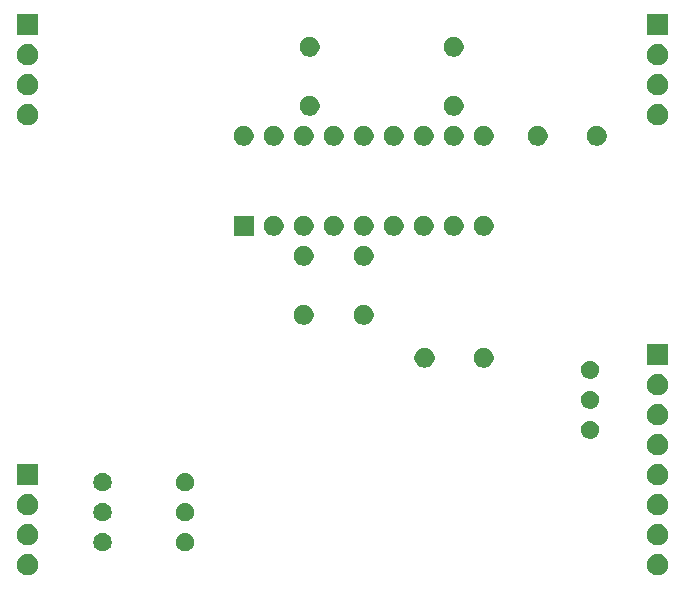
<source format=gbs>
G04 #@! TF.GenerationSoftware,KiCad,Pcbnew,5.1.6-c6e7f7d~87~ubuntu18.04.1*
G04 #@! TF.CreationDate,2020-07-17T09:21:27-04:00*
G04 #@! TF.ProjectId,CEM3320_LPF_plug_in_board,43454d33-3332-4305-9f4c-50465f706c75,1.1*
G04 #@! TF.SameCoordinates,Original*
G04 #@! TF.FileFunction,Soldermask,Bot*
G04 #@! TF.FilePolarity,Negative*
%FSLAX46Y46*%
G04 Gerber Fmt 4.6, Leading zero omitted, Abs format (unit mm)*
G04 Created by KiCad (PCBNEW 5.1.6-c6e7f7d~87~ubuntu18.04.1) date 2020-07-17 09:21:27*
%MOMM*%
%LPD*%
G01*
G04 APERTURE LIST*
%ADD10C,0.100000*%
G04 APERTURE END LIST*
D10*
G36*
X182993512Y-123563927D02*
G01*
X183142812Y-123593624D01*
X183306784Y-123661544D01*
X183454354Y-123760147D01*
X183579853Y-123885646D01*
X183678456Y-124033216D01*
X183746376Y-124197188D01*
X183781000Y-124371259D01*
X183781000Y-124548741D01*
X183746376Y-124722812D01*
X183678456Y-124886784D01*
X183579853Y-125034354D01*
X183454354Y-125159853D01*
X183306784Y-125258456D01*
X183142812Y-125326376D01*
X182993512Y-125356073D01*
X182968742Y-125361000D01*
X182791258Y-125361000D01*
X182766488Y-125356073D01*
X182617188Y-125326376D01*
X182453216Y-125258456D01*
X182305646Y-125159853D01*
X182180147Y-125034354D01*
X182081544Y-124886784D01*
X182013624Y-124722812D01*
X181979000Y-124548741D01*
X181979000Y-124371259D01*
X182013624Y-124197188D01*
X182081544Y-124033216D01*
X182180147Y-123885646D01*
X182305646Y-123760147D01*
X182453216Y-123661544D01*
X182617188Y-123593624D01*
X182766488Y-123563927D01*
X182791258Y-123559000D01*
X182968742Y-123559000D01*
X182993512Y-123563927D01*
G37*
G36*
X129653512Y-123563927D02*
G01*
X129802812Y-123593624D01*
X129966784Y-123661544D01*
X130114354Y-123760147D01*
X130239853Y-123885646D01*
X130338456Y-124033216D01*
X130406376Y-124197188D01*
X130441000Y-124371259D01*
X130441000Y-124548741D01*
X130406376Y-124722812D01*
X130338456Y-124886784D01*
X130239853Y-125034354D01*
X130114354Y-125159853D01*
X129966784Y-125258456D01*
X129802812Y-125326376D01*
X129653512Y-125356073D01*
X129628742Y-125361000D01*
X129451258Y-125361000D01*
X129426488Y-125356073D01*
X129277188Y-125326376D01*
X129113216Y-125258456D01*
X128965646Y-125159853D01*
X128840147Y-125034354D01*
X128741544Y-124886784D01*
X128673624Y-124722812D01*
X128639000Y-124548741D01*
X128639000Y-124371259D01*
X128673624Y-124197188D01*
X128741544Y-124033216D01*
X128840147Y-123885646D01*
X128965646Y-123760147D01*
X129113216Y-123661544D01*
X129277188Y-123593624D01*
X129426488Y-123563927D01*
X129451258Y-123559000D01*
X129628742Y-123559000D01*
X129653512Y-123563927D01*
G37*
G36*
X143000589Y-121793876D02*
G01*
X143099893Y-121813629D01*
X143240206Y-121871748D01*
X143366484Y-121956125D01*
X143473875Y-122063516D01*
X143558252Y-122189794D01*
X143616371Y-122330107D01*
X143646000Y-122479063D01*
X143646000Y-122630937D01*
X143616371Y-122779893D01*
X143558252Y-122920206D01*
X143473875Y-123046484D01*
X143366484Y-123153875D01*
X143240206Y-123238252D01*
X143099893Y-123296371D01*
X143000589Y-123316124D01*
X142950938Y-123326000D01*
X142799062Y-123326000D01*
X142749411Y-123316124D01*
X142650107Y-123296371D01*
X142509794Y-123238252D01*
X142383516Y-123153875D01*
X142276125Y-123046484D01*
X142191748Y-122920206D01*
X142133629Y-122779893D01*
X142104000Y-122630937D01*
X142104000Y-122479063D01*
X142133629Y-122330107D01*
X142191748Y-122189794D01*
X142276125Y-122063516D01*
X142383516Y-121956125D01*
X142509794Y-121871748D01*
X142650107Y-121813629D01*
X142749411Y-121793876D01*
X142799062Y-121784000D01*
X142950938Y-121784000D01*
X143000589Y-121793876D01*
G37*
G36*
X136015589Y-121793876D02*
G01*
X136114893Y-121813629D01*
X136255206Y-121871748D01*
X136381484Y-121956125D01*
X136488875Y-122063516D01*
X136573252Y-122189794D01*
X136631371Y-122330107D01*
X136661000Y-122479063D01*
X136661000Y-122630937D01*
X136631371Y-122779893D01*
X136573252Y-122920206D01*
X136488875Y-123046484D01*
X136381484Y-123153875D01*
X136255206Y-123238252D01*
X136114893Y-123296371D01*
X136015589Y-123316124D01*
X135965938Y-123326000D01*
X135814062Y-123326000D01*
X135764411Y-123316124D01*
X135665107Y-123296371D01*
X135524794Y-123238252D01*
X135398516Y-123153875D01*
X135291125Y-123046484D01*
X135206748Y-122920206D01*
X135148629Y-122779893D01*
X135119000Y-122630937D01*
X135119000Y-122479063D01*
X135148629Y-122330107D01*
X135206748Y-122189794D01*
X135291125Y-122063516D01*
X135398516Y-121956125D01*
X135524794Y-121871748D01*
X135665107Y-121813629D01*
X135764411Y-121793876D01*
X135814062Y-121784000D01*
X135965938Y-121784000D01*
X136015589Y-121793876D01*
G37*
G36*
X129653512Y-121023927D02*
G01*
X129802812Y-121053624D01*
X129966784Y-121121544D01*
X130114354Y-121220147D01*
X130239853Y-121345646D01*
X130338456Y-121493216D01*
X130406376Y-121657188D01*
X130441000Y-121831259D01*
X130441000Y-122008741D01*
X130406376Y-122182812D01*
X130338456Y-122346784D01*
X130239853Y-122494354D01*
X130114354Y-122619853D01*
X129966784Y-122718456D01*
X129802812Y-122786376D01*
X129653512Y-122816073D01*
X129628742Y-122821000D01*
X129451258Y-122821000D01*
X129426488Y-122816073D01*
X129277188Y-122786376D01*
X129113216Y-122718456D01*
X128965646Y-122619853D01*
X128840147Y-122494354D01*
X128741544Y-122346784D01*
X128673624Y-122182812D01*
X128639000Y-122008741D01*
X128639000Y-121831259D01*
X128673624Y-121657188D01*
X128741544Y-121493216D01*
X128840147Y-121345646D01*
X128965646Y-121220147D01*
X129113216Y-121121544D01*
X129277188Y-121053624D01*
X129426488Y-121023927D01*
X129451258Y-121019000D01*
X129628742Y-121019000D01*
X129653512Y-121023927D01*
G37*
G36*
X182993512Y-121023927D02*
G01*
X183142812Y-121053624D01*
X183306784Y-121121544D01*
X183454354Y-121220147D01*
X183579853Y-121345646D01*
X183678456Y-121493216D01*
X183746376Y-121657188D01*
X183781000Y-121831259D01*
X183781000Y-122008741D01*
X183746376Y-122182812D01*
X183678456Y-122346784D01*
X183579853Y-122494354D01*
X183454354Y-122619853D01*
X183306784Y-122718456D01*
X183142812Y-122786376D01*
X182993512Y-122816073D01*
X182968742Y-122821000D01*
X182791258Y-122821000D01*
X182766488Y-122816073D01*
X182617188Y-122786376D01*
X182453216Y-122718456D01*
X182305646Y-122619853D01*
X182180147Y-122494354D01*
X182081544Y-122346784D01*
X182013624Y-122182812D01*
X181979000Y-122008741D01*
X181979000Y-121831259D01*
X182013624Y-121657188D01*
X182081544Y-121493216D01*
X182180147Y-121345646D01*
X182305646Y-121220147D01*
X182453216Y-121121544D01*
X182617188Y-121053624D01*
X182766488Y-121023927D01*
X182791258Y-121019000D01*
X182968742Y-121019000D01*
X182993512Y-121023927D01*
G37*
G36*
X143000589Y-119253876D02*
G01*
X143099893Y-119273629D01*
X143240206Y-119331748D01*
X143366484Y-119416125D01*
X143473875Y-119523516D01*
X143558252Y-119649794D01*
X143616371Y-119790107D01*
X143646000Y-119939063D01*
X143646000Y-120090937D01*
X143616371Y-120239893D01*
X143558252Y-120380206D01*
X143473875Y-120506484D01*
X143366484Y-120613875D01*
X143240206Y-120698252D01*
X143099893Y-120756371D01*
X143000589Y-120776124D01*
X142950938Y-120786000D01*
X142799062Y-120786000D01*
X142749411Y-120776124D01*
X142650107Y-120756371D01*
X142509794Y-120698252D01*
X142383516Y-120613875D01*
X142276125Y-120506484D01*
X142191748Y-120380206D01*
X142133629Y-120239893D01*
X142104000Y-120090937D01*
X142104000Y-119939063D01*
X142133629Y-119790107D01*
X142191748Y-119649794D01*
X142276125Y-119523516D01*
X142383516Y-119416125D01*
X142509794Y-119331748D01*
X142650107Y-119273629D01*
X142749411Y-119253876D01*
X142799062Y-119244000D01*
X142950938Y-119244000D01*
X143000589Y-119253876D01*
G37*
G36*
X136015589Y-119253876D02*
G01*
X136114893Y-119273629D01*
X136255206Y-119331748D01*
X136381484Y-119416125D01*
X136488875Y-119523516D01*
X136573252Y-119649794D01*
X136631371Y-119790107D01*
X136661000Y-119939063D01*
X136661000Y-120090937D01*
X136631371Y-120239893D01*
X136573252Y-120380206D01*
X136488875Y-120506484D01*
X136381484Y-120613875D01*
X136255206Y-120698252D01*
X136114893Y-120756371D01*
X136015589Y-120776124D01*
X135965938Y-120786000D01*
X135814062Y-120786000D01*
X135764411Y-120776124D01*
X135665107Y-120756371D01*
X135524794Y-120698252D01*
X135398516Y-120613875D01*
X135291125Y-120506484D01*
X135206748Y-120380206D01*
X135148629Y-120239893D01*
X135119000Y-120090937D01*
X135119000Y-119939063D01*
X135148629Y-119790107D01*
X135206748Y-119649794D01*
X135291125Y-119523516D01*
X135398516Y-119416125D01*
X135524794Y-119331748D01*
X135665107Y-119273629D01*
X135764411Y-119253876D01*
X135814062Y-119244000D01*
X135965938Y-119244000D01*
X136015589Y-119253876D01*
G37*
G36*
X129653512Y-118483927D02*
G01*
X129802812Y-118513624D01*
X129966784Y-118581544D01*
X130114354Y-118680147D01*
X130239853Y-118805646D01*
X130338456Y-118953216D01*
X130406376Y-119117188D01*
X130441000Y-119291259D01*
X130441000Y-119468741D01*
X130406376Y-119642812D01*
X130338456Y-119806784D01*
X130239853Y-119954354D01*
X130114354Y-120079853D01*
X129966784Y-120178456D01*
X129802812Y-120246376D01*
X129653512Y-120276073D01*
X129628742Y-120281000D01*
X129451258Y-120281000D01*
X129426488Y-120276073D01*
X129277188Y-120246376D01*
X129113216Y-120178456D01*
X128965646Y-120079853D01*
X128840147Y-119954354D01*
X128741544Y-119806784D01*
X128673624Y-119642812D01*
X128639000Y-119468741D01*
X128639000Y-119291259D01*
X128673624Y-119117188D01*
X128741544Y-118953216D01*
X128840147Y-118805646D01*
X128965646Y-118680147D01*
X129113216Y-118581544D01*
X129277188Y-118513624D01*
X129426488Y-118483927D01*
X129451258Y-118479000D01*
X129628742Y-118479000D01*
X129653512Y-118483927D01*
G37*
G36*
X182993512Y-118483927D02*
G01*
X183142812Y-118513624D01*
X183306784Y-118581544D01*
X183454354Y-118680147D01*
X183579853Y-118805646D01*
X183678456Y-118953216D01*
X183746376Y-119117188D01*
X183781000Y-119291259D01*
X183781000Y-119468741D01*
X183746376Y-119642812D01*
X183678456Y-119806784D01*
X183579853Y-119954354D01*
X183454354Y-120079853D01*
X183306784Y-120178456D01*
X183142812Y-120246376D01*
X182993512Y-120276073D01*
X182968742Y-120281000D01*
X182791258Y-120281000D01*
X182766488Y-120276073D01*
X182617188Y-120246376D01*
X182453216Y-120178456D01*
X182305646Y-120079853D01*
X182180147Y-119954354D01*
X182081544Y-119806784D01*
X182013624Y-119642812D01*
X181979000Y-119468741D01*
X181979000Y-119291259D01*
X182013624Y-119117188D01*
X182081544Y-118953216D01*
X182180147Y-118805646D01*
X182305646Y-118680147D01*
X182453216Y-118581544D01*
X182617188Y-118513624D01*
X182766488Y-118483927D01*
X182791258Y-118479000D01*
X182968742Y-118479000D01*
X182993512Y-118483927D01*
G37*
G36*
X136015589Y-116713876D02*
G01*
X136114893Y-116733629D01*
X136255206Y-116791748D01*
X136381484Y-116876125D01*
X136488875Y-116983516D01*
X136573252Y-117109794D01*
X136631371Y-117250107D01*
X136661000Y-117399063D01*
X136661000Y-117550937D01*
X136631371Y-117699893D01*
X136573252Y-117840206D01*
X136488875Y-117966484D01*
X136381484Y-118073875D01*
X136255206Y-118158252D01*
X136114893Y-118216371D01*
X136015589Y-118236124D01*
X135965938Y-118246000D01*
X135814062Y-118246000D01*
X135764411Y-118236124D01*
X135665107Y-118216371D01*
X135524794Y-118158252D01*
X135398516Y-118073875D01*
X135291125Y-117966484D01*
X135206748Y-117840206D01*
X135148629Y-117699893D01*
X135119000Y-117550937D01*
X135119000Y-117399063D01*
X135148629Y-117250107D01*
X135206748Y-117109794D01*
X135291125Y-116983516D01*
X135398516Y-116876125D01*
X135524794Y-116791748D01*
X135665107Y-116733629D01*
X135764411Y-116713876D01*
X135814062Y-116704000D01*
X135965938Y-116704000D01*
X136015589Y-116713876D01*
G37*
G36*
X143000589Y-116713876D02*
G01*
X143099893Y-116733629D01*
X143240206Y-116791748D01*
X143366484Y-116876125D01*
X143473875Y-116983516D01*
X143558252Y-117109794D01*
X143616371Y-117250107D01*
X143646000Y-117399063D01*
X143646000Y-117550937D01*
X143616371Y-117699893D01*
X143558252Y-117840206D01*
X143473875Y-117966484D01*
X143366484Y-118073875D01*
X143240206Y-118158252D01*
X143099893Y-118216371D01*
X143000589Y-118236124D01*
X142950938Y-118246000D01*
X142799062Y-118246000D01*
X142749411Y-118236124D01*
X142650107Y-118216371D01*
X142509794Y-118158252D01*
X142383516Y-118073875D01*
X142276125Y-117966484D01*
X142191748Y-117840206D01*
X142133629Y-117699893D01*
X142104000Y-117550937D01*
X142104000Y-117399063D01*
X142133629Y-117250107D01*
X142191748Y-117109794D01*
X142276125Y-116983516D01*
X142383516Y-116876125D01*
X142509794Y-116791748D01*
X142650107Y-116733629D01*
X142749411Y-116713876D01*
X142799062Y-116704000D01*
X142950938Y-116704000D01*
X143000589Y-116713876D01*
G37*
G36*
X130441000Y-117741000D02*
G01*
X128639000Y-117741000D01*
X128639000Y-115939000D01*
X130441000Y-115939000D01*
X130441000Y-117741000D01*
G37*
G36*
X182993512Y-115943927D02*
G01*
X183142812Y-115973624D01*
X183306784Y-116041544D01*
X183454354Y-116140147D01*
X183579853Y-116265646D01*
X183678456Y-116413216D01*
X183746376Y-116577188D01*
X183781000Y-116751259D01*
X183781000Y-116928741D01*
X183746376Y-117102812D01*
X183678456Y-117266784D01*
X183579853Y-117414354D01*
X183454354Y-117539853D01*
X183306784Y-117638456D01*
X183142812Y-117706376D01*
X182993512Y-117736073D01*
X182968742Y-117741000D01*
X182791258Y-117741000D01*
X182766488Y-117736073D01*
X182617188Y-117706376D01*
X182453216Y-117638456D01*
X182305646Y-117539853D01*
X182180147Y-117414354D01*
X182081544Y-117266784D01*
X182013624Y-117102812D01*
X181979000Y-116928741D01*
X181979000Y-116751259D01*
X182013624Y-116577188D01*
X182081544Y-116413216D01*
X182180147Y-116265646D01*
X182305646Y-116140147D01*
X182453216Y-116041544D01*
X182617188Y-115973624D01*
X182766488Y-115943927D01*
X182791258Y-115939000D01*
X182968742Y-115939000D01*
X182993512Y-115943927D01*
G37*
G36*
X182993512Y-113403927D02*
G01*
X183142812Y-113433624D01*
X183306784Y-113501544D01*
X183454354Y-113600147D01*
X183579853Y-113725646D01*
X183678456Y-113873216D01*
X183746376Y-114037188D01*
X183781000Y-114211259D01*
X183781000Y-114388741D01*
X183746376Y-114562812D01*
X183678456Y-114726784D01*
X183579853Y-114874354D01*
X183454354Y-114999853D01*
X183306784Y-115098456D01*
X183142812Y-115166376D01*
X182993512Y-115196073D01*
X182968742Y-115201000D01*
X182791258Y-115201000D01*
X182766488Y-115196073D01*
X182617188Y-115166376D01*
X182453216Y-115098456D01*
X182305646Y-114999853D01*
X182180147Y-114874354D01*
X182081544Y-114726784D01*
X182013624Y-114562812D01*
X181979000Y-114388741D01*
X181979000Y-114211259D01*
X182013624Y-114037188D01*
X182081544Y-113873216D01*
X182180147Y-113725646D01*
X182305646Y-113600147D01*
X182453216Y-113501544D01*
X182617188Y-113433624D01*
X182766488Y-113403927D01*
X182791258Y-113399000D01*
X182968742Y-113399000D01*
X182993512Y-113403927D01*
G37*
G36*
X177290589Y-112268876D02*
G01*
X177389893Y-112288629D01*
X177530206Y-112346748D01*
X177656484Y-112431125D01*
X177763875Y-112538516D01*
X177848252Y-112664794D01*
X177906371Y-112805107D01*
X177936000Y-112954063D01*
X177936000Y-113105937D01*
X177906371Y-113254893D01*
X177848252Y-113395206D01*
X177763875Y-113521484D01*
X177656484Y-113628875D01*
X177530206Y-113713252D01*
X177389893Y-113771371D01*
X177290589Y-113791124D01*
X177240938Y-113801000D01*
X177089062Y-113801000D01*
X177039411Y-113791124D01*
X176940107Y-113771371D01*
X176799794Y-113713252D01*
X176673516Y-113628875D01*
X176566125Y-113521484D01*
X176481748Y-113395206D01*
X176423629Y-113254893D01*
X176394000Y-113105937D01*
X176394000Y-112954063D01*
X176423629Y-112805107D01*
X176481748Y-112664794D01*
X176566125Y-112538516D01*
X176673516Y-112431125D01*
X176799794Y-112346748D01*
X176940107Y-112288629D01*
X177039411Y-112268876D01*
X177089062Y-112259000D01*
X177240938Y-112259000D01*
X177290589Y-112268876D01*
G37*
G36*
X182993512Y-110863927D02*
G01*
X183142812Y-110893624D01*
X183306784Y-110961544D01*
X183454354Y-111060147D01*
X183579853Y-111185646D01*
X183678456Y-111333216D01*
X183746376Y-111497188D01*
X183781000Y-111671259D01*
X183781000Y-111848741D01*
X183746376Y-112022812D01*
X183678456Y-112186784D01*
X183579853Y-112334354D01*
X183454354Y-112459853D01*
X183306784Y-112558456D01*
X183142812Y-112626376D01*
X182993512Y-112656073D01*
X182968742Y-112661000D01*
X182791258Y-112661000D01*
X182766488Y-112656073D01*
X182617188Y-112626376D01*
X182453216Y-112558456D01*
X182305646Y-112459853D01*
X182180147Y-112334354D01*
X182081544Y-112186784D01*
X182013624Y-112022812D01*
X181979000Y-111848741D01*
X181979000Y-111671259D01*
X182013624Y-111497188D01*
X182081544Y-111333216D01*
X182180147Y-111185646D01*
X182305646Y-111060147D01*
X182453216Y-110961544D01*
X182617188Y-110893624D01*
X182766488Y-110863927D01*
X182791258Y-110859000D01*
X182968742Y-110859000D01*
X182993512Y-110863927D01*
G37*
G36*
X177290589Y-109728876D02*
G01*
X177389893Y-109748629D01*
X177530206Y-109806748D01*
X177656484Y-109891125D01*
X177763875Y-109998516D01*
X177848252Y-110124794D01*
X177906371Y-110265107D01*
X177936000Y-110414063D01*
X177936000Y-110565937D01*
X177906371Y-110714893D01*
X177848252Y-110855206D01*
X177763875Y-110981484D01*
X177656484Y-111088875D01*
X177530206Y-111173252D01*
X177389893Y-111231371D01*
X177290589Y-111251124D01*
X177240938Y-111261000D01*
X177089062Y-111261000D01*
X177039411Y-111251124D01*
X176940107Y-111231371D01*
X176799794Y-111173252D01*
X176673516Y-111088875D01*
X176566125Y-110981484D01*
X176481748Y-110855206D01*
X176423629Y-110714893D01*
X176394000Y-110565937D01*
X176394000Y-110414063D01*
X176423629Y-110265107D01*
X176481748Y-110124794D01*
X176566125Y-109998516D01*
X176673516Y-109891125D01*
X176799794Y-109806748D01*
X176940107Y-109748629D01*
X177039411Y-109728876D01*
X177089062Y-109719000D01*
X177240938Y-109719000D01*
X177290589Y-109728876D01*
G37*
G36*
X182993512Y-108323927D02*
G01*
X183142812Y-108353624D01*
X183306784Y-108421544D01*
X183454354Y-108520147D01*
X183579853Y-108645646D01*
X183678456Y-108793216D01*
X183746376Y-108957188D01*
X183781000Y-109131259D01*
X183781000Y-109308741D01*
X183746376Y-109482812D01*
X183678456Y-109646784D01*
X183579853Y-109794354D01*
X183454354Y-109919853D01*
X183306784Y-110018456D01*
X183142812Y-110086376D01*
X182993512Y-110116073D01*
X182968742Y-110121000D01*
X182791258Y-110121000D01*
X182766488Y-110116073D01*
X182617188Y-110086376D01*
X182453216Y-110018456D01*
X182305646Y-109919853D01*
X182180147Y-109794354D01*
X182081544Y-109646784D01*
X182013624Y-109482812D01*
X181979000Y-109308741D01*
X181979000Y-109131259D01*
X182013624Y-108957188D01*
X182081544Y-108793216D01*
X182180147Y-108645646D01*
X182305646Y-108520147D01*
X182453216Y-108421544D01*
X182617188Y-108353624D01*
X182766488Y-108323927D01*
X182791258Y-108319000D01*
X182968742Y-108319000D01*
X182993512Y-108323927D01*
G37*
G36*
X177290589Y-107188876D02*
G01*
X177389893Y-107208629D01*
X177530206Y-107266748D01*
X177656484Y-107351125D01*
X177763875Y-107458516D01*
X177848252Y-107584794D01*
X177906371Y-107725107D01*
X177936000Y-107874063D01*
X177936000Y-108025937D01*
X177906371Y-108174893D01*
X177848252Y-108315206D01*
X177763875Y-108441484D01*
X177656484Y-108548875D01*
X177530206Y-108633252D01*
X177389893Y-108691371D01*
X177290589Y-108711124D01*
X177240938Y-108721000D01*
X177089062Y-108721000D01*
X177039411Y-108711124D01*
X176940107Y-108691371D01*
X176799794Y-108633252D01*
X176673516Y-108548875D01*
X176566125Y-108441484D01*
X176481748Y-108315206D01*
X176423629Y-108174893D01*
X176394000Y-108025937D01*
X176394000Y-107874063D01*
X176423629Y-107725107D01*
X176481748Y-107584794D01*
X176566125Y-107458516D01*
X176673516Y-107351125D01*
X176799794Y-107266748D01*
X176940107Y-107208629D01*
X177039411Y-107188876D01*
X177089062Y-107179000D01*
X177240938Y-107179000D01*
X177290589Y-107188876D01*
G37*
G36*
X168396228Y-106115703D02*
G01*
X168551100Y-106179853D01*
X168690481Y-106272985D01*
X168809015Y-106391519D01*
X168902147Y-106530900D01*
X168966297Y-106685772D01*
X168999000Y-106850184D01*
X168999000Y-107017816D01*
X168966297Y-107182228D01*
X168902147Y-107337100D01*
X168809015Y-107476481D01*
X168690481Y-107595015D01*
X168551100Y-107688147D01*
X168396228Y-107752297D01*
X168231816Y-107785000D01*
X168064184Y-107785000D01*
X167899772Y-107752297D01*
X167744900Y-107688147D01*
X167605519Y-107595015D01*
X167486985Y-107476481D01*
X167393853Y-107337100D01*
X167329703Y-107182228D01*
X167297000Y-107017816D01*
X167297000Y-106850184D01*
X167329703Y-106685772D01*
X167393853Y-106530900D01*
X167486985Y-106391519D01*
X167605519Y-106272985D01*
X167744900Y-106179853D01*
X167899772Y-106115703D01*
X168064184Y-106083000D01*
X168231816Y-106083000D01*
X168396228Y-106115703D01*
G37*
G36*
X163396228Y-106115703D02*
G01*
X163551100Y-106179853D01*
X163690481Y-106272985D01*
X163809015Y-106391519D01*
X163902147Y-106530900D01*
X163966297Y-106685772D01*
X163999000Y-106850184D01*
X163999000Y-107017816D01*
X163966297Y-107182228D01*
X163902147Y-107337100D01*
X163809015Y-107476481D01*
X163690481Y-107595015D01*
X163551100Y-107688147D01*
X163396228Y-107752297D01*
X163231816Y-107785000D01*
X163064184Y-107785000D01*
X162899772Y-107752297D01*
X162744900Y-107688147D01*
X162605519Y-107595015D01*
X162486985Y-107476481D01*
X162393853Y-107337100D01*
X162329703Y-107182228D01*
X162297000Y-107017816D01*
X162297000Y-106850184D01*
X162329703Y-106685772D01*
X162393853Y-106530900D01*
X162486985Y-106391519D01*
X162605519Y-106272985D01*
X162744900Y-106179853D01*
X162899772Y-106115703D01*
X163064184Y-106083000D01*
X163231816Y-106083000D01*
X163396228Y-106115703D01*
G37*
G36*
X183781000Y-107581000D02*
G01*
X181979000Y-107581000D01*
X181979000Y-105779000D01*
X183781000Y-105779000D01*
X183781000Y-107581000D01*
G37*
G36*
X158236228Y-102479703D02*
G01*
X158391100Y-102543853D01*
X158530481Y-102636985D01*
X158649015Y-102755519D01*
X158742147Y-102894900D01*
X158806297Y-103049772D01*
X158839000Y-103214184D01*
X158839000Y-103381816D01*
X158806297Y-103546228D01*
X158742147Y-103701100D01*
X158649015Y-103840481D01*
X158530481Y-103959015D01*
X158391100Y-104052147D01*
X158236228Y-104116297D01*
X158071816Y-104149000D01*
X157904184Y-104149000D01*
X157739772Y-104116297D01*
X157584900Y-104052147D01*
X157445519Y-103959015D01*
X157326985Y-103840481D01*
X157233853Y-103701100D01*
X157169703Y-103546228D01*
X157137000Y-103381816D01*
X157137000Y-103214184D01*
X157169703Y-103049772D01*
X157233853Y-102894900D01*
X157326985Y-102755519D01*
X157445519Y-102636985D01*
X157584900Y-102543853D01*
X157739772Y-102479703D01*
X157904184Y-102447000D01*
X158071816Y-102447000D01*
X158236228Y-102479703D01*
G37*
G36*
X153156228Y-102479703D02*
G01*
X153311100Y-102543853D01*
X153450481Y-102636985D01*
X153569015Y-102755519D01*
X153662147Y-102894900D01*
X153726297Y-103049772D01*
X153759000Y-103214184D01*
X153759000Y-103381816D01*
X153726297Y-103546228D01*
X153662147Y-103701100D01*
X153569015Y-103840481D01*
X153450481Y-103959015D01*
X153311100Y-104052147D01*
X153156228Y-104116297D01*
X152991816Y-104149000D01*
X152824184Y-104149000D01*
X152659772Y-104116297D01*
X152504900Y-104052147D01*
X152365519Y-103959015D01*
X152246985Y-103840481D01*
X152153853Y-103701100D01*
X152089703Y-103546228D01*
X152057000Y-103381816D01*
X152057000Y-103214184D01*
X152089703Y-103049772D01*
X152153853Y-102894900D01*
X152246985Y-102755519D01*
X152365519Y-102636985D01*
X152504900Y-102543853D01*
X152659772Y-102479703D01*
X152824184Y-102447000D01*
X152991816Y-102447000D01*
X153156228Y-102479703D01*
G37*
G36*
X158236228Y-97479703D02*
G01*
X158391100Y-97543853D01*
X158530481Y-97636985D01*
X158649015Y-97755519D01*
X158742147Y-97894900D01*
X158806297Y-98049772D01*
X158839000Y-98214184D01*
X158839000Y-98381816D01*
X158806297Y-98546228D01*
X158742147Y-98701100D01*
X158649015Y-98840481D01*
X158530481Y-98959015D01*
X158391100Y-99052147D01*
X158236228Y-99116297D01*
X158071816Y-99149000D01*
X157904184Y-99149000D01*
X157739772Y-99116297D01*
X157584900Y-99052147D01*
X157445519Y-98959015D01*
X157326985Y-98840481D01*
X157233853Y-98701100D01*
X157169703Y-98546228D01*
X157137000Y-98381816D01*
X157137000Y-98214184D01*
X157169703Y-98049772D01*
X157233853Y-97894900D01*
X157326985Y-97755519D01*
X157445519Y-97636985D01*
X157584900Y-97543853D01*
X157739772Y-97479703D01*
X157904184Y-97447000D01*
X158071816Y-97447000D01*
X158236228Y-97479703D01*
G37*
G36*
X153156228Y-97479703D02*
G01*
X153311100Y-97543853D01*
X153450481Y-97636985D01*
X153569015Y-97755519D01*
X153662147Y-97894900D01*
X153726297Y-98049772D01*
X153759000Y-98214184D01*
X153759000Y-98381816D01*
X153726297Y-98546228D01*
X153662147Y-98701100D01*
X153569015Y-98840481D01*
X153450481Y-98959015D01*
X153311100Y-99052147D01*
X153156228Y-99116297D01*
X152991816Y-99149000D01*
X152824184Y-99149000D01*
X152659772Y-99116297D01*
X152504900Y-99052147D01*
X152365519Y-98959015D01*
X152246985Y-98840481D01*
X152153853Y-98701100D01*
X152089703Y-98546228D01*
X152057000Y-98381816D01*
X152057000Y-98214184D01*
X152089703Y-98049772D01*
X152153853Y-97894900D01*
X152246985Y-97755519D01*
X152365519Y-97636985D01*
X152504900Y-97543853D01*
X152659772Y-97479703D01*
X152824184Y-97447000D01*
X152991816Y-97447000D01*
X153156228Y-97479703D01*
G37*
G36*
X148679000Y-96609000D02*
G01*
X146977000Y-96609000D01*
X146977000Y-94907000D01*
X148679000Y-94907000D01*
X148679000Y-96609000D01*
G37*
G36*
X150616228Y-94939703D02*
G01*
X150771100Y-95003853D01*
X150910481Y-95096985D01*
X151029015Y-95215519D01*
X151122147Y-95354900D01*
X151186297Y-95509772D01*
X151219000Y-95674184D01*
X151219000Y-95841816D01*
X151186297Y-96006228D01*
X151122147Y-96161100D01*
X151029015Y-96300481D01*
X150910481Y-96419015D01*
X150771100Y-96512147D01*
X150616228Y-96576297D01*
X150451816Y-96609000D01*
X150284184Y-96609000D01*
X150119772Y-96576297D01*
X149964900Y-96512147D01*
X149825519Y-96419015D01*
X149706985Y-96300481D01*
X149613853Y-96161100D01*
X149549703Y-96006228D01*
X149517000Y-95841816D01*
X149517000Y-95674184D01*
X149549703Y-95509772D01*
X149613853Y-95354900D01*
X149706985Y-95215519D01*
X149825519Y-95096985D01*
X149964900Y-95003853D01*
X150119772Y-94939703D01*
X150284184Y-94907000D01*
X150451816Y-94907000D01*
X150616228Y-94939703D01*
G37*
G36*
X158236228Y-94939703D02*
G01*
X158391100Y-95003853D01*
X158530481Y-95096985D01*
X158649015Y-95215519D01*
X158742147Y-95354900D01*
X158806297Y-95509772D01*
X158839000Y-95674184D01*
X158839000Y-95841816D01*
X158806297Y-96006228D01*
X158742147Y-96161100D01*
X158649015Y-96300481D01*
X158530481Y-96419015D01*
X158391100Y-96512147D01*
X158236228Y-96576297D01*
X158071816Y-96609000D01*
X157904184Y-96609000D01*
X157739772Y-96576297D01*
X157584900Y-96512147D01*
X157445519Y-96419015D01*
X157326985Y-96300481D01*
X157233853Y-96161100D01*
X157169703Y-96006228D01*
X157137000Y-95841816D01*
X157137000Y-95674184D01*
X157169703Y-95509772D01*
X157233853Y-95354900D01*
X157326985Y-95215519D01*
X157445519Y-95096985D01*
X157584900Y-95003853D01*
X157739772Y-94939703D01*
X157904184Y-94907000D01*
X158071816Y-94907000D01*
X158236228Y-94939703D01*
G37*
G36*
X168396228Y-94939703D02*
G01*
X168551100Y-95003853D01*
X168690481Y-95096985D01*
X168809015Y-95215519D01*
X168902147Y-95354900D01*
X168966297Y-95509772D01*
X168999000Y-95674184D01*
X168999000Y-95841816D01*
X168966297Y-96006228D01*
X168902147Y-96161100D01*
X168809015Y-96300481D01*
X168690481Y-96419015D01*
X168551100Y-96512147D01*
X168396228Y-96576297D01*
X168231816Y-96609000D01*
X168064184Y-96609000D01*
X167899772Y-96576297D01*
X167744900Y-96512147D01*
X167605519Y-96419015D01*
X167486985Y-96300481D01*
X167393853Y-96161100D01*
X167329703Y-96006228D01*
X167297000Y-95841816D01*
X167297000Y-95674184D01*
X167329703Y-95509772D01*
X167393853Y-95354900D01*
X167486985Y-95215519D01*
X167605519Y-95096985D01*
X167744900Y-95003853D01*
X167899772Y-94939703D01*
X168064184Y-94907000D01*
X168231816Y-94907000D01*
X168396228Y-94939703D01*
G37*
G36*
X165856228Y-94939703D02*
G01*
X166011100Y-95003853D01*
X166150481Y-95096985D01*
X166269015Y-95215519D01*
X166362147Y-95354900D01*
X166426297Y-95509772D01*
X166459000Y-95674184D01*
X166459000Y-95841816D01*
X166426297Y-96006228D01*
X166362147Y-96161100D01*
X166269015Y-96300481D01*
X166150481Y-96419015D01*
X166011100Y-96512147D01*
X165856228Y-96576297D01*
X165691816Y-96609000D01*
X165524184Y-96609000D01*
X165359772Y-96576297D01*
X165204900Y-96512147D01*
X165065519Y-96419015D01*
X164946985Y-96300481D01*
X164853853Y-96161100D01*
X164789703Y-96006228D01*
X164757000Y-95841816D01*
X164757000Y-95674184D01*
X164789703Y-95509772D01*
X164853853Y-95354900D01*
X164946985Y-95215519D01*
X165065519Y-95096985D01*
X165204900Y-95003853D01*
X165359772Y-94939703D01*
X165524184Y-94907000D01*
X165691816Y-94907000D01*
X165856228Y-94939703D01*
G37*
G36*
X163316228Y-94939703D02*
G01*
X163471100Y-95003853D01*
X163610481Y-95096985D01*
X163729015Y-95215519D01*
X163822147Y-95354900D01*
X163886297Y-95509772D01*
X163919000Y-95674184D01*
X163919000Y-95841816D01*
X163886297Y-96006228D01*
X163822147Y-96161100D01*
X163729015Y-96300481D01*
X163610481Y-96419015D01*
X163471100Y-96512147D01*
X163316228Y-96576297D01*
X163151816Y-96609000D01*
X162984184Y-96609000D01*
X162819772Y-96576297D01*
X162664900Y-96512147D01*
X162525519Y-96419015D01*
X162406985Y-96300481D01*
X162313853Y-96161100D01*
X162249703Y-96006228D01*
X162217000Y-95841816D01*
X162217000Y-95674184D01*
X162249703Y-95509772D01*
X162313853Y-95354900D01*
X162406985Y-95215519D01*
X162525519Y-95096985D01*
X162664900Y-95003853D01*
X162819772Y-94939703D01*
X162984184Y-94907000D01*
X163151816Y-94907000D01*
X163316228Y-94939703D01*
G37*
G36*
X155696228Y-94939703D02*
G01*
X155851100Y-95003853D01*
X155990481Y-95096985D01*
X156109015Y-95215519D01*
X156202147Y-95354900D01*
X156266297Y-95509772D01*
X156299000Y-95674184D01*
X156299000Y-95841816D01*
X156266297Y-96006228D01*
X156202147Y-96161100D01*
X156109015Y-96300481D01*
X155990481Y-96419015D01*
X155851100Y-96512147D01*
X155696228Y-96576297D01*
X155531816Y-96609000D01*
X155364184Y-96609000D01*
X155199772Y-96576297D01*
X155044900Y-96512147D01*
X154905519Y-96419015D01*
X154786985Y-96300481D01*
X154693853Y-96161100D01*
X154629703Y-96006228D01*
X154597000Y-95841816D01*
X154597000Y-95674184D01*
X154629703Y-95509772D01*
X154693853Y-95354900D01*
X154786985Y-95215519D01*
X154905519Y-95096985D01*
X155044900Y-95003853D01*
X155199772Y-94939703D01*
X155364184Y-94907000D01*
X155531816Y-94907000D01*
X155696228Y-94939703D01*
G37*
G36*
X160776228Y-94939703D02*
G01*
X160931100Y-95003853D01*
X161070481Y-95096985D01*
X161189015Y-95215519D01*
X161282147Y-95354900D01*
X161346297Y-95509772D01*
X161379000Y-95674184D01*
X161379000Y-95841816D01*
X161346297Y-96006228D01*
X161282147Y-96161100D01*
X161189015Y-96300481D01*
X161070481Y-96419015D01*
X160931100Y-96512147D01*
X160776228Y-96576297D01*
X160611816Y-96609000D01*
X160444184Y-96609000D01*
X160279772Y-96576297D01*
X160124900Y-96512147D01*
X159985519Y-96419015D01*
X159866985Y-96300481D01*
X159773853Y-96161100D01*
X159709703Y-96006228D01*
X159677000Y-95841816D01*
X159677000Y-95674184D01*
X159709703Y-95509772D01*
X159773853Y-95354900D01*
X159866985Y-95215519D01*
X159985519Y-95096985D01*
X160124900Y-95003853D01*
X160279772Y-94939703D01*
X160444184Y-94907000D01*
X160611816Y-94907000D01*
X160776228Y-94939703D01*
G37*
G36*
X153156228Y-94939703D02*
G01*
X153311100Y-95003853D01*
X153450481Y-95096985D01*
X153569015Y-95215519D01*
X153662147Y-95354900D01*
X153726297Y-95509772D01*
X153759000Y-95674184D01*
X153759000Y-95841816D01*
X153726297Y-96006228D01*
X153662147Y-96161100D01*
X153569015Y-96300481D01*
X153450481Y-96419015D01*
X153311100Y-96512147D01*
X153156228Y-96576297D01*
X152991816Y-96609000D01*
X152824184Y-96609000D01*
X152659772Y-96576297D01*
X152504900Y-96512147D01*
X152365519Y-96419015D01*
X152246985Y-96300481D01*
X152153853Y-96161100D01*
X152089703Y-96006228D01*
X152057000Y-95841816D01*
X152057000Y-95674184D01*
X152089703Y-95509772D01*
X152153853Y-95354900D01*
X152246985Y-95215519D01*
X152365519Y-95096985D01*
X152504900Y-95003853D01*
X152659772Y-94939703D01*
X152824184Y-94907000D01*
X152991816Y-94907000D01*
X153156228Y-94939703D01*
G37*
G36*
X150616228Y-87319703D02*
G01*
X150771100Y-87383853D01*
X150910481Y-87476985D01*
X151029015Y-87595519D01*
X151122147Y-87734900D01*
X151186297Y-87889772D01*
X151219000Y-88054184D01*
X151219000Y-88221816D01*
X151186297Y-88386228D01*
X151122147Y-88541100D01*
X151029015Y-88680481D01*
X150910481Y-88799015D01*
X150771100Y-88892147D01*
X150616228Y-88956297D01*
X150451816Y-88989000D01*
X150284184Y-88989000D01*
X150119772Y-88956297D01*
X149964900Y-88892147D01*
X149825519Y-88799015D01*
X149706985Y-88680481D01*
X149613853Y-88541100D01*
X149549703Y-88386228D01*
X149517000Y-88221816D01*
X149517000Y-88054184D01*
X149549703Y-87889772D01*
X149613853Y-87734900D01*
X149706985Y-87595519D01*
X149825519Y-87476985D01*
X149964900Y-87383853D01*
X150119772Y-87319703D01*
X150284184Y-87287000D01*
X150451816Y-87287000D01*
X150616228Y-87319703D01*
G37*
G36*
X148076228Y-87319703D02*
G01*
X148231100Y-87383853D01*
X148370481Y-87476985D01*
X148489015Y-87595519D01*
X148582147Y-87734900D01*
X148646297Y-87889772D01*
X148679000Y-88054184D01*
X148679000Y-88221816D01*
X148646297Y-88386228D01*
X148582147Y-88541100D01*
X148489015Y-88680481D01*
X148370481Y-88799015D01*
X148231100Y-88892147D01*
X148076228Y-88956297D01*
X147911816Y-88989000D01*
X147744184Y-88989000D01*
X147579772Y-88956297D01*
X147424900Y-88892147D01*
X147285519Y-88799015D01*
X147166985Y-88680481D01*
X147073853Y-88541100D01*
X147009703Y-88386228D01*
X146977000Y-88221816D01*
X146977000Y-88054184D01*
X147009703Y-87889772D01*
X147073853Y-87734900D01*
X147166985Y-87595519D01*
X147285519Y-87476985D01*
X147424900Y-87383853D01*
X147579772Y-87319703D01*
X147744184Y-87287000D01*
X147911816Y-87287000D01*
X148076228Y-87319703D01*
G37*
G36*
X153156228Y-87319703D02*
G01*
X153311100Y-87383853D01*
X153450481Y-87476985D01*
X153569015Y-87595519D01*
X153662147Y-87734900D01*
X153726297Y-87889772D01*
X153759000Y-88054184D01*
X153759000Y-88221816D01*
X153726297Y-88386228D01*
X153662147Y-88541100D01*
X153569015Y-88680481D01*
X153450481Y-88799015D01*
X153311100Y-88892147D01*
X153156228Y-88956297D01*
X152991816Y-88989000D01*
X152824184Y-88989000D01*
X152659772Y-88956297D01*
X152504900Y-88892147D01*
X152365519Y-88799015D01*
X152246985Y-88680481D01*
X152153853Y-88541100D01*
X152089703Y-88386228D01*
X152057000Y-88221816D01*
X152057000Y-88054184D01*
X152089703Y-87889772D01*
X152153853Y-87734900D01*
X152246985Y-87595519D01*
X152365519Y-87476985D01*
X152504900Y-87383853D01*
X152659772Y-87319703D01*
X152824184Y-87287000D01*
X152991816Y-87287000D01*
X153156228Y-87319703D01*
G37*
G36*
X155696228Y-87319703D02*
G01*
X155851100Y-87383853D01*
X155990481Y-87476985D01*
X156109015Y-87595519D01*
X156202147Y-87734900D01*
X156266297Y-87889772D01*
X156299000Y-88054184D01*
X156299000Y-88221816D01*
X156266297Y-88386228D01*
X156202147Y-88541100D01*
X156109015Y-88680481D01*
X155990481Y-88799015D01*
X155851100Y-88892147D01*
X155696228Y-88956297D01*
X155531816Y-88989000D01*
X155364184Y-88989000D01*
X155199772Y-88956297D01*
X155044900Y-88892147D01*
X154905519Y-88799015D01*
X154786985Y-88680481D01*
X154693853Y-88541100D01*
X154629703Y-88386228D01*
X154597000Y-88221816D01*
X154597000Y-88054184D01*
X154629703Y-87889772D01*
X154693853Y-87734900D01*
X154786985Y-87595519D01*
X154905519Y-87476985D01*
X155044900Y-87383853D01*
X155199772Y-87319703D01*
X155364184Y-87287000D01*
X155531816Y-87287000D01*
X155696228Y-87319703D01*
G37*
G36*
X158236228Y-87319703D02*
G01*
X158391100Y-87383853D01*
X158530481Y-87476985D01*
X158649015Y-87595519D01*
X158742147Y-87734900D01*
X158806297Y-87889772D01*
X158839000Y-88054184D01*
X158839000Y-88221816D01*
X158806297Y-88386228D01*
X158742147Y-88541100D01*
X158649015Y-88680481D01*
X158530481Y-88799015D01*
X158391100Y-88892147D01*
X158236228Y-88956297D01*
X158071816Y-88989000D01*
X157904184Y-88989000D01*
X157739772Y-88956297D01*
X157584900Y-88892147D01*
X157445519Y-88799015D01*
X157326985Y-88680481D01*
X157233853Y-88541100D01*
X157169703Y-88386228D01*
X157137000Y-88221816D01*
X157137000Y-88054184D01*
X157169703Y-87889772D01*
X157233853Y-87734900D01*
X157326985Y-87595519D01*
X157445519Y-87476985D01*
X157584900Y-87383853D01*
X157739772Y-87319703D01*
X157904184Y-87287000D01*
X158071816Y-87287000D01*
X158236228Y-87319703D01*
G37*
G36*
X177968228Y-87319703D02*
G01*
X178123100Y-87383853D01*
X178262481Y-87476985D01*
X178381015Y-87595519D01*
X178474147Y-87734900D01*
X178538297Y-87889772D01*
X178571000Y-88054184D01*
X178571000Y-88221816D01*
X178538297Y-88386228D01*
X178474147Y-88541100D01*
X178381015Y-88680481D01*
X178262481Y-88799015D01*
X178123100Y-88892147D01*
X177968228Y-88956297D01*
X177803816Y-88989000D01*
X177636184Y-88989000D01*
X177471772Y-88956297D01*
X177316900Y-88892147D01*
X177177519Y-88799015D01*
X177058985Y-88680481D01*
X176965853Y-88541100D01*
X176901703Y-88386228D01*
X176869000Y-88221816D01*
X176869000Y-88054184D01*
X176901703Y-87889772D01*
X176965853Y-87734900D01*
X177058985Y-87595519D01*
X177177519Y-87476985D01*
X177316900Y-87383853D01*
X177471772Y-87319703D01*
X177636184Y-87287000D01*
X177803816Y-87287000D01*
X177968228Y-87319703D01*
G37*
G36*
X172968228Y-87319703D02*
G01*
X173123100Y-87383853D01*
X173262481Y-87476985D01*
X173381015Y-87595519D01*
X173474147Y-87734900D01*
X173538297Y-87889772D01*
X173571000Y-88054184D01*
X173571000Y-88221816D01*
X173538297Y-88386228D01*
X173474147Y-88541100D01*
X173381015Y-88680481D01*
X173262481Y-88799015D01*
X173123100Y-88892147D01*
X172968228Y-88956297D01*
X172803816Y-88989000D01*
X172636184Y-88989000D01*
X172471772Y-88956297D01*
X172316900Y-88892147D01*
X172177519Y-88799015D01*
X172058985Y-88680481D01*
X171965853Y-88541100D01*
X171901703Y-88386228D01*
X171869000Y-88221816D01*
X171869000Y-88054184D01*
X171901703Y-87889772D01*
X171965853Y-87734900D01*
X172058985Y-87595519D01*
X172177519Y-87476985D01*
X172316900Y-87383853D01*
X172471772Y-87319703D01*
X172636184Y-87287000D01*
X172803816Y-87287000D01*
X172968228Y-87319703D01*
G37*
G36*
X163316228Y-87319703D02*
G01*
X163471100Y-87383853D01*
X163610481Y-87476985D01*
X163729015Y-87595519D01*
X163822147Y-87734900D01*
X163886297Y-87889772D01*
X163919000Y-88054184D01*
X163919000Y-88221816D01*
X163886297Y-88386228D01*
X163822147Y-88541100D01*
X163729015Y-88680481D01*
X163610481Y-88799015D01*
X163471100Y-88892147D01*
X163316228Y-88956297D01*
X163151816Y-88989000D01*
X162984184Y-88989000D01*
X162819772Y-88956297D01*
X162664900Y-88892147D01*
X162525519Y-88799015D01*
X162406985Y-88680481D01*
X162313853Y-88541100D01*
X162249703Y-88386228D01*
X162217000Y-88221816D01*
X162217000Y-88054184D01*
X162249703Y-87889772D01*
X162313853Y-87734900D01*
X162406985Y-87595519D01*
X162525519Y-87476985D01*
X162664900Y-87383853D01*
X162819772Y-87319703D01*
X162984184Y-87287000D01*
X163151816Y-87287000D01*
X163316228Y-87319703D01*
G37*
G36*
X165856228Y-87319703D02*
G01*
X166011100Y-87383853D01*
X166150481Y-87476985D01*
X166269015Y-87595519D01*
X166362147Y-87734900D01*
X166426297Y-87889772D01*
X166459000Y-88054184D01*
X166459000Y-88221816D01*
X166426297Y-88386228D01*
X166362147Y-88541100D01*
X166269015Y-88680481D01*
X166150481Y-88799015D01*
X166011100Y-88892147D01*
X165856228Y-88956297D01*
X165691816Y-88989000D01*
X165524184Y-88989000D01*
X165359772Y-88956297D01*
X165204900Y-88892147D01*
X165065519Y-88799015D01*
X164946985Y-88680481D01*
X164853853Y-88541100D01*
X164789703Y-88386228D01*
X164757000Y-88221816D01*
X164757000Y-88054184D01*
X164789703Y-87889772D01*
X164853853Y-87734900D01*
X164946985Y-87595519D01*
X165065519Y-87476985D01*
X165204900Y-87383853D01*
X165359772Y-87319703D01*
X165524184Y-87287000D01*
X165691816Y-87287000D01*
X165856228Y-87319703D01*
G37*
G36*
X168396228Y-87319703D02*
G01*
X168551100Y-87383853D01*
X168690481Y-87476985D01*
X168809015Y-87595519D01*
X168902147Y-87734900D01*
X168966297Y-87889772D01*
X168999000Y-88054184D01*
X168999000Y-88221816D01*
X168966297Y-88386228D01*
X168902147Y-88541100D01*
X168809015Y-88680481D01*
X168690481Y-88799015D01*
X168551100Y-88892147D01*
X168396228Y-88956297D01*
X168231816Y-88989000D01*
X168064184Y-88989000D01*
X167899772Y-88956297D01*
X167744900Y-88892147D01*
X167605519Y-88799015D01*
X167486985Y-88680481D01*
X167393853Y-88541100D01*
X167329703Y-88386228D01*
X167297000Y-88221816D01*
X167297000Y-88054184D01*
X167329703Y-87889772D01*
X167393853Y-87734900D01*
X167486985Y-87595519D01*
X167605519Y-87476985D01*
X167744900Y-87383853D01*
X167899772Y-87319703D01*
X168064184Y-87287000D01*
X168231816Y-87287000D01*
X168396228Y-87319703D01*
G37*
G36*
X160776228Y-87319703D02*
G01*
X160931100Y-87383853D01*
X161070481Y-87476985D01*
X161189015Y-87595519D01*
X161282147Y-87734900D01*
X161346297Y-87889772D01*
X161379000Y-88054184D01*
X161379000Y-88221816D01*
X161346297Y-88386228D01*
X161282147Y-88541100D01*
X161189015Y-88680481D01*
X161070481Y-88799015D01*
X160931100Y-88892147D01*
X160776228Y-88956297D01*
X160611816Y-88989000D01*
X160444184Y-88989000D01*
X160279772Y-88956297D01*
X160124900Y-88892147D01*
X159985519Y-88799015D01*
X159866985Y-88680481D01*
X159773853Y-88541100D01*
X159709703Y-88386228D01*
X159677000Y-88221816D01*
X159677000Y-88054184D01*
X159709703Y-87889772D01*
X159773853Y-87734900D01*
X159866985Y-87595519D01*
X159985519Y-87476985D01*
X160124900Y-87383853D01*
X160279772Y-87319703D01*
X160444184Y-87287000D01*
X160611816Y-87287000D01*
X160776228Y-87319703D01*
G37*
G36*
X182993512Y-85463927D02*
G01*
X183142812Y-85493624D01*
X183306784Y-85561544D01*
X183454354Y-85660147D01*
X183579853Y-85785646D01*
X183678456Y-85933216D01*
X183746376Y-86097188D01*
X183776073Y-86246488D01*
X183781000Y-86271258D01*
X183781000Y-86448742D01*
X183776073Y-86473512D01*
X183746376Y-86622812D01*
X183678456Y-86786784D01*
X183579853Y-86934354D01*
X183454354Y-87059853D01*
X183306784Y-87158456D01*
X183142812Y-87226376D01*
X182993512Y-87256073D01*
X182968742Y-87261000D01*
X182791258Y-87261000D01*
X182766488Y-87256073D01*
X182617188Y-87226376D01*
X182453216Y-87158456D01*
X182305646Y-87059853D01*
X182180147Y-86934354D01*
X182081544Y-86786784D01*
X182013624Y-86622812D01*
X181983927Y-86473512D01*
X181979000Y-86448742D01*
X181979000Y-86271258D01*
X181983927Y-86246488D01*
X182013624Y-86097188D01*
X182081544Y-85933216D01*
X182180147Y-85785646D01*
X182305646Y-85660147D01*
X182453216Y-85561544D01*
X182617188Y-85493624D01*
X182766488Y-85463927D01*
X182791258Y-85459000D01*
X182968742Y-85459000D01*
X182993512Y-85463927D01*
G37*
G36*
X129653512Y-85463927D02*
G01*
X129802812Y-85493624D01*
X129966784Y-85561544D01*
X130114354Y-85660147D01*
X130239853Y-85785646D01*
X130338456Y-85933216D01*
X130406376Y-86097188D01*
X130436073Y-86246488D01*
X130441000Y-86271258D01*
X130441000Y-86448742D01*
X130436073Y-86473512D01*
X130406376Y-86622812D01*
X130338456Y-86786784D01*
X130239853Y-86934354D01*
X130114354Y-87059853D01*
X129966784Y-87158456D01*
X129802812Y-87226376D01*
X129653512Y-87256073D01*
X129628742Y-87261000D01*
X129451258Y-87261000D01*
X129426488Y-87256073D01*
X129277188Y-87226376D01*
X129113216Y-87158456D01*
X128965646Y-87059853D01*
X128840147Y-86934354D01*
X128741544Y-86786784D01*
X128673624Y-86622812D01*
X128643927Y-86473512D01*
X128639000Y-86448742D01*
X128639000Y-86271258D01*
X128643927Y-86246488D01*
X128673624Y-86097188D01*
X128741544Y-85933216D01*
X128840147Y-85785646D01*
X128965646Y-85660147D01*
X129113216Y-85561544D01*
X129277188Y-85493624D01*
X129426488Y-85463927D01*
X129451258Y-85459000D01*
X129628742Y-85459000D01*
X129653512Y-85463927D01*
G37*
G36*
X165856228Y-84779703D02*
G01*
X166011100Y-84843853D01*
X166150481Y-84936985D01*
X166269015Y-85055519D01*
X166362147Y-85194900D01*
X166426297Y-85349772D01*
X166459000Y-85514184D01*
X166459000Y-85681816D01*
X166426297Y-85846228D01*
X166362147Y-86001100D01*
X166269015Y-86140481D01*
X166150481Y-86259015D01*
X166011100Y-86352147D01*
X165856228Y-86416297D01*
X165691816Y-86449000D01*
X165524184Y-86449000D01*
X165359772Y-86416297D01*
X165204900Y-86352147D01*
X165065519Y-86259015D01*
X164946985Y-86140481D01*
X164853853Y-86001100D01*
X164789703Y-85846228D01*
X164757000Y-85681816D01*
X164757000Y-85514184D01*
X164789703Y-85349772D01*
X164853853Y-85194900D01*
X164946985Y-85055519D01*
X165065519Y-84936985D01*
X165204900Y-84843853D01*
X165359772Y-84779703D01*
X165524184Y-84747000D01*
X165691816Y-84747000D01*
X165856228Y-84779703D01*
G37*
G36*
X153664228Y-84779703D02*
G01*
X153819100Y-84843853D01*
X153958481Y-84936985D01*
X154077015Y-85055519D01*
X154170147Y-85194900D01*
X154234297Y-85349772D01*
X154267000Y-85514184D01*
X154267000Y-85681816D01*
X154234297Y-85846228D01*
X154170147Y-86001100D01*
X154077015Y-86140481D01*
X153958481Y-86259015D01*
X153819100Y-86352147D01*
X153664228Y-86416297D01*
X153499816Y-86449000D01*
X153332184Y-86449000D01*
X153167772Y-86416297D01*
X153012900Y-86352147D01*
X152873519Y-86259015D01*
X152754985Y-86140481D01*
X152661853Y-86001100D01*
X152597703Y-85846228D01*
X152565000Y-85681816D01*
X152565000Y-85514184D01*
X152597703Y-85349772D01*
X152661853Y-85194900D01*
X152754985Y-85055519D01*
X152873519Y-84936985D01*
X153012900Y-84843853D01*
X153167772Y-84779703D01*
X153332184Y-84747000D01*
X153499816Y-84747000D01*
X153664228Y-84779703D01*
G37*
G36*
X182993512Y-82923927D02*
G01*
X183142812Y-82953624D01*
X183306784Y-83021544D01*
X183454354Y-83120147D01*
X183579853Y-83245646D01*
X183678456Y-83393216D01*
X183746376Y-83557188D01*
X183781000Y-83731259D01*
X183781000Y-83908741D01*
X183746376Y-84082812D01*
X183678456Y-84246784D01*
X183579853Y-84394354D01*
X183454354Y-84519853D01*
X183306784Y-84618456D01*
X183142812Y-84686376D01*
X182993512Y-84716073D01*
X182968742Y-84721000D01*
X182791258Y-84721000D01*
X182766488Y-84716073D01*
X182617188Y-84686376D01*
X182453216Y-84618456D01*
X182305646Y-84519853D01*
X182180147Y-84394354D01*
X182081544Y-84246784D01*
X182013624Y-84082812D01*
X181979000Y-83908741D01*
X181979000Y-83731259D01*
X182013624Y-83557188D01*
X182081544Y-83393216D01*
X182180147Y-83245646D01*
X182305646Y-83120147D01*
X182453216Y-83021544D01*
X182617188Y-82953624D01*
X182766488Y-82923927D01*
X182791258Y-82919000D01*
X182968742Y-82919000D01*
X182993512Y-82923927D01*
G37*
G36*
X129653512Y-82923927D02*
G01*
X129802812Y-82953624D01*
X129966784Y-83021544D01*
X130114354Y-83120147D01*
X130239853Y-83245646D01*
X130338456Y-83393216D01*
X130406376Y-83557188D01*
X130441000Y-83731259D01*
X130441000Y-83908741D01*
X130406376Y-84082812D01*
X130338456Y-84246784D01*
X130239853Y-84394354D01*
X130114354Y-84519853D01*
X129966784Y-84618456D01*
X129802812Y-84686376D01*
X129653512Y-84716073D01*
X129628742Y-84721000D01*
X129451258Y-84721000D01*
X129426488Y-84716073D01*
X129277188Y-84686376D01*
X129113216Y-84618456D01*
X128965646Y-84519853D01*
X128840147Y-84394354D01*
X128741544Y-84246784D01*
X128673624Y-84082812D01*
X128639000Y-83908741D01*
X128639000Y-83731259D01*
X128673624Y-83557188D01*
X128741544Y-83393216D01*
X128840147Y-83245646D01*
X128965646Y-83120147D01*
X129113216Y-83021544D01*
X129277188Y-82953624D01*
X129426488Y-82923927D01*
X129451258Y-82919000D01*
X129628742Y-82919000D01*
X129653512Y-82923927D01*
G37*
G36*
X129653512Y-80383927D02*
G01*
X129802812Y-80413624D01*
X129966784Y-80481544D01*
X130114354Y-80580147D01*
X130239853Y-80705646D01*
X130338456Y-80853216D01*
X130406376Y-81017188D01*
X130441000Y-81191259D01*
X130441000Y-81368741D01*
X130406376Y-81542812D01*
X130338456Y-81706784D01*
X130239853Y-81854354D01*
X130114354Y-81979853D01*
X129966784Y-82078456D01*
X129802812Y-82146376D01*
X129653512Y-82176073D01*
X129628742Y-82181000D01*
X129451258Y-82181000D01*
X129426488Y-82176073D01*
X129277188Y-82146376D01*
X129113216Y-82078456D01*
X128965646Y-81979853D01*
X128840147Y-81854354D01*
X128741544Y-81706784D01*
X128673624Y-81542812D01*
X128639000Y-81368741D01*
X128639000Y-81191259D01*
X128673624Y-81017188D01*
X128741544Y-80853216D01*
X128840147Y-80705646D01*
X128965646Y-80580147D01*
X129113216Y-80481544D01*
X129277188Y-80413624D01*
X129426488Y-80383927D01*
X129451258Y-80379000D01*
X129628742Y-80379000D01*
X129653512Y-80383927D01*
G37*
G36*
X182993512Y-80383927D02*
G01*
X183142812Y-80413624D01*
X183306784Y-80481544D01*
X183454354Y-80580147D01*
X183579853Y-80705646D01*
X183678456Y-80853216D01*
X183746376Y-81017188D01*
X183781000Y-81191259D01*
X183781000Y-81368741D01*
X183746376Y-81542812D01*
X183678456Y-81706784D01*
X183579853Y-81854354D01*
X183454354Y-81979853D01*
X183306784Y-82078456D01*
X183142812Y-82146376D01*
X182993512Y-82176073D01*
X182968742Y-82181000D01*
X182791258Y-82181000D01*
X182766488Y-82176073D01*
X182617188Y-82146376D01*
X182453216Y-82078456D01*
X182305646Y-81979853D01*
X182180147Y-81854354D01*
X182081544Y-81706784D01*
X182013624Y-81542812D01*
X181979000Y-81368741D01*
X181979000Y-81191259D01*
X182013624Y-81017188D01*
X182081544Y-80853216D01*
X182180147Y-80705646D01*
X182305646Y-80580147D01*
X182453216Y-80481544D01*
X182617188Y-80413624D01*
X182766488Y-80383927D01*
X182791258Y-80379000D01*
X182968742Y-80379000D01*
X182993512Y-80383927D01*
G37*
G36*
X165856228Y-79779703D02*
G01*
X166011100Y-79843853D01*
X166150481Y-79936985D01*
X166269015Y-80055519D01*
X166362147Y-80194900D01*
X166426297Y-80349772D01*
X166459000Y-80514184D01*
X166459000Y-80681816D01*
X166426297Y-80846228D01*
X166362147Y-81001100D01*
X166269015Y-81140481D01*
X166150481Y-81259015D01*
X166011100Y-81352147D01*
X165856228Y-81416297D01*
X165691816Y-81449000D01*
X165524184Y-81449000D01*
X165359772Y-81416297D01*
X165204900Y-81352147D01*
X165065519Y-81259015D01*
X164946985Y-81140481D01*
X164853853Y-81001100D01*
X164789703Y-80846228D01*
X164757000Y-80681816D01*
X164757000Y-80514184D01*
X164789703Y-80349772D01*
X164853853Y-80194900D01*
X164946985Y-80055519D01*
X165065519Y-79936985D01*
X165204900Y-79843853D01*
X165359772Y-79779703D01*
X165524184Y-79747000D01*
X165691816Y-79747000D01*
X165856228Y-79779703D01*
G37*
G36*
X153664228Y-79779703D02*
G01*
X153819100Y-79843853D01*
X153958481Y-79936985D01*
X154077015Y-80055519D01*
X154170147Y-80194900D01*
X154234297Y-80349772D01*
X154267000Y-80514184D01*
X154267000Y-80681816D01*
X154234297Y-80846228D01*
X154170147Y-81001100D01*
X154077015Y-81140481D01*
X153958481Y-81259015D01*
X153819100Y-81352147D01*
X153664228Y-81416297D01*
X153499816Y-81449000D01*
X153332184Y-81449000D01*
X153167772Y-81416297D01*
X153012900Y-81352147D01*
X152873519Y-81259015D01*
X152754985Y-81140481D01*
X152661853Y-81001100D01*
X152597703Y-80846228D01*
X152565000Y-80681816D01*
X152565000Y-80514184D01*
X152597703Y-80349772D01*
X152661853Y-80194900D01*
X152754985Y-80055519D01*
X152873519Y-79936985D01*
X153012900Y-79843853D01*
X153167772Y-79779703D01*
X153332184Y-79747000D01*
X153499816Y-79747000D01*
X153664228Y-79779703D01*
G37*
G36*
X130441000Y-79641000D02*
G01*
X128639000Y-79641000D01*
X128639000Y-77839000D01*
X130441000Y-77839000D01*
X130441000Y-79641000D01*
G37*
G36*
X183781000Y-79641000D02*
G01*
X181979000Y-79641000D01*
X181979000Y-77839000D01*
X183781000Y-77839000D01*
X183781000Y-79641000D01*
G37*
M02*

</source>
